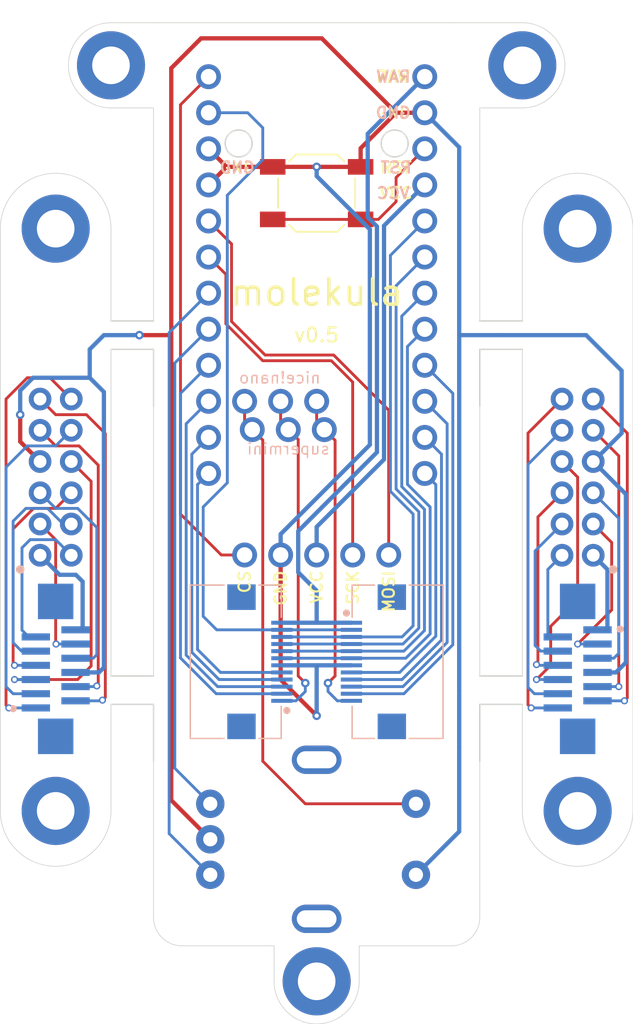
<source format=kicad_pcb>
(kicad_pcb (version 20240108) (generator "pcbnew") (generator_version "8.0")
  (layers (0 "F.Cu" signal) (31 "B.Cu" signal) (34 "B.Paste" user) (35 "F.Paste" user) (36 "B.SilkS" user "B.Silkscreen") (37 "F.SilkS" user "F.Silkscreen") (38 "B.Mask" user) (39 "F.Mask" user) (44 "Edge.Cuts" user))
  (net 0 "")
  (net 1 "encB")
  (net 2 "encA")
  (net 3 "GND")
  (net 4 "MOSI")
  (net 5 "SCK")
  (net 6 "+3.3V")
  (net 7 "CS")
  (net 8 "OFF")
  (net 9 "RST")
  (net 10 "row0-conn1")
  (net 11 "row1-conn1")
  (net 12 "col0-conn1")
  (net 13 "row2-conn1")
  (net 14 "col3-conn1")
  (net 15 "col4-conn1")
  (net 16 "col2-conn1")
  (net 17 "free-conn1")
  (net 18 "col1-conn1")
  (net 19 "row3-conn1")
  (net 20 "row2-conn2")
  (net 21 "free-conn2")
  (net 22 "row0-conn2")
  (net 23 "col0-conn2")
  (net 24 "col2-conn2")
  (net 25 "row1-conn2")
  (net 26 "col1-conn2")
  (net 27 "col4-conn2")
  (net 28 "row3-conn2")
  (net 29 "col3-conn2")
  (net 30 "col2-mcu")
  (net 31 "row2-mcu")
  (net 32 "row3-mcu")
  (net 33 "col0-mcu")
  (net 34 "row1-mcu")
  (net 35 "row0-mcu")
  (net 36 "row5-mcu")
  (net 37 "row4-mcu")
  (net 38 "col3-mcu")
  (net 39 "col1-mcu")
  (net 40 "row7-mcu")
  (net 41 "col4-mcu")
  (net 42 "row6-mcu")
  (net 43 "BAT-mcu")
  (net 44 "BAT-conn1")
  (net 45 "BAT-conn2")
  (net 46 "free1-mcu")
  (net 47 "free2-mcu")
  (footprint "zzkeeb:Connector_Magnetic-12pin" (layer "F.Cu") (at 181.52 68.99)
    (property "Reference" "J11" (hide yes))
    (property "Value" "Conn_01x12_Socket" (hide yes))
  )
  (footprint "zzkeeb:MCU_nice-nano" (layer "F.Cu") (at 199.92 53.49)
    (property "Reference" "J1" (hide yes))
    (property "Value" "N!N" (hide yes))
  )
  (footprint "zzkeeb:Button_SW_SPST_SKQG_WithoutStem" (layer "F.Cu") (at 199.92 48.99)
    (property "Reference" "SW37" (hide yes))
    (property "Value" "SW_Push")
  )
  (footprint "zzkeeb:Connector_Magnetic-12pin" (layer "B.Cu") (at 218.32 68.99 180)
    (property "Reference" "J10" (hide yes))
    (property "Value" "Conn_01x12_Socket" (hide yes))
  )
  (footprint "zzkeeb:Display_nice-view" (layer "B.Cu") (at 199.92 57.99 180)
    (property "Reference" "J6")
    (property "Value" "Display_nice-view" (hide yes))
  )
  (footprint "zzkeeb:Connector_FFC-12pin-0.5mm-horizontal" (layer "B.Cu") (at 195.92 81.99 90)
    (property "Reference" "J3")
    (property "Value" "C479750" (hide yes))
  )
  (footprint "zzkeeb:Hole_M2-solder-nut-2.5" (layer "B.Cu") (at 199.92 104.49 180)
    (property "Reference" "H7" (hide yes))
    (property "Value" "MountingHole" (hide yes))
  )
  (footprint "zzkeeb:RotaryEncoder_EC11" (layer "B.Cu") (at 199.92 94.49)
    (property "Reference" "SW38" (hide yes))
    (property "Value" "RotaryEncoder_Switch" (hide yes))
  )
  (footprint "zzkeeb:Hole_M2-solder-nut-2.5" (layer "B.Cu") (at 218.32 51.49 180)
    (property "Reference" "H1" (hide yes))
    (property "Value" "MountingHole" (hide yes))
  )
  (footprint "zzkeeb:Connector_FFC-12pin-0.5mm-vertical" (layer "B.Cu") (at 181.52 82.49 90)
    (property "Reference" "J9" (hide yes))
    (property "Value" "C262499" (hide yes))
  )
  (footprint "zzkeeb:Hole_M2-solder-nut-2.5" (layer "B.Cu") (at 181.52 51.49 180)
    (property "Reference" "H3" (hide yes))
    (property "Value" "MountingHole" (hide yes))
  )
  (footprint "zzkeeb:Connector_FFC-12pin-0.5mm-vertical" (layer "B.Cu") (at 218.32 82.49 -90)
    (property "Reference" "J8" (hide yes))
    (property "Value" "C262499" (hide yes))
  )
  (footprint "zzkeeb:Hole_M2-solder-nut-2.5" (layer "B.Cu") (at 218.32 92.49 180)
    (property "Reference" "H2" (hide yes))
    (property "Value" "MountingHole" (hide yes))
  )
  (footprint "zzkeeb:Connector_FFC-12pin-0.5mm-horizontal" (layer "B.Cu") (at 203.92 81.99 -90)
    (property "Reference" "J2")
    (property "Value" "C479750" (hide yes))
  )
  (footprint "zzkeeb:Hole_M2-solder-nut-2.5" (layer "B.Cu") (at 214.42 39.99 180)
    (property "Reference" "H5" (hide yes))
    (property "Value" "MountingHole" (hide yes))
  )
  (footprint "zzkeeb:Hole_M2-solder-nut-2.5" (layer "B.Cu") (at 181.52 92.49 180)
    (property "Reference" "H4" (hide yes))
    (property "Value" "MountingHole" (hide yes))
  )
  (footprint "zzkeeb:Hole_M2-solder-nut-2.5" (layer "B.Cu") (at 185.42 39.99 180)
    (property "Reference" "H6" (hide yes))
    (property "Value" "MountingHole" (hide yes))
  )
  (gr_line (start 211.42 63.99) (end 211.42 59.99) (stroke (width 0.1)) (layer "Edge.Cuts"))
  (gr_line (start 188.42 36.99) (end 185.42 36.99) (stroke (width 0.05)) (layer "Edge.Cuts"))
  (gr_arc (start 211.42 99.99) (mid 210.834213 101.404212) (end 209.42 101.99) (stroke (width 0.05)) (layer "Edge.Cuts"))
  (gr_line (start 214.42 84.99) (end 214.42 92.49) (stroke (width 0.05)) (layer "Edge.Cuts"))
  (gr_circle (center 205.42 45.49) (end 206.37 45.49) (stroke (width 0.1)) (fill none) (layer "Edge.Cuts"))
  (gr_arc (start 177.62 51.49) (mid 181.52 47.59) (end 185.42 51.49) (stroke (width 0.05)) (layer "Edge.Cuts"))
  (gr_arc (start 202.92 104.49) (mid 199.92 107.49) (end 196.92 104.49) (stroke (width 0.05)) (layer "Edge.Cuts"))
  (gr_line (start 188.42 82.99) (end 188.42 63.99) (stroke (width 0.05)) (layer "Edge.Cuts"))
  (gr_line (start 214.42 82.99) (end 211.42 82.99) (stroke (width 0.1)) (layer "Edge.Cuts"))
  (gr_line (start 202.92 101.99) (end 209.42 101.99) (stroke (width 0.05)) (layer "Edge.Cuts"))
  (gr_line (start 211.42 63.99) (end 211.42 82.99) (stroke (width 0.05)) (layer "Edge.Cuts"))
  (gr_line (start 188.42 99.99) (end 188.42 88.99) (stroke (width 0.05)) (layer "Edge.Cuts"))
  (gr_circle (center 194.42 45.49) (end 195.37 45.49) (stroke (width 0.1)) (fill none) (layer "Edge.Cuts"))
  (gr_line (start 214.42 42.99) (end 211.42 42.99) (stroke (width 0.05)) (layer "Edge.Cuts"))
  (gr_arc (start 214.42 36.99) (mid 217.42 39.99) (end 214.42 42.99) (stroke (width 0.05)) (layer "Edge.Cuts"))
  (gr_line (start 214.42 57.99) (end 214.42 51.49) (stroke (width 0.05)) (layer "Edge.Cuts"))
  (gr_line (start 214.42 57.99) (end 211.42 57.99) (stroke (width 0.1)) (layer "Edge.Cuts"))
  (gr_line (start 222.22 51.49) (end 222.22 92.49) (stroke (width 0.05)) (layer "Edge.Cuts"))
  (gr_line (start 214.42 59.99) (end 211.42 59.99) (stroke (width 0.1)) (layer "Edge.Cuts"))
  (gr_arc (start 190.42 101.99) (mid 189.005786 101.404214) (end 188.42 99.99) (stroke (width 0.05)) (layer "Edge.Cuts"))
  (gr_line (start 196.92 104.49) (end 196.92 101.99) (stroke (width 0.05)) (layer "Edge.Cuts"))
  (gr_line (start 211.42 42.99) (end 211.42 57.99) (stroke (width 0.05)) (layer "Edge.Cuts"))
  (gr_line (start 214.42 36.99) (end 209.42 36.99) (stroke (width 0.05)) (layer "Edge.Cuts"))
  (gr_line (start 211.42 88.99) (end 211.42 84.99) (stroke (width 0.1)) (layer "Edge.Cuts"))
  (gr_line (start 196.92 101.99) (end 190.42 101.99) (stroke (width 0.05)) (layer "Edge.Cuts"))
  (gr_line (start 188.42 36.99) (end 209.42 36.99) (stroke (width 0.05)) (layer "Edge.Cuts"))
  (gr_line (start 185.42 84.99) (end 188.42 84.99) (stroke (width 0.1)) (layer "Edge.Cuts"))
  (gr_line (start 188.42 63.99) (end 188.42 59.99) (stroke (width 0.1)) (layer "Edge.Cuts"))
  (gr_arc (start 222.22 92.49) (mid 218.32 96.39) (end 214.42 92.49) (stroke (width 0.05)) (layer "Edge.Cuts"))
  (gr_line (start 185.42 59.99) (end 188.42 59.99) (stroke (width 0.1)) (layer "Edge.Cuts"))
  (gr_line (start 185.42 57.99) (end 188.42 57.99) (stroke (width 0.1)) (layer "Edge.Cuts"))
  (gr_line (start 188.42 42.99) (end 185.42 42.99) (stroke (width 0.05)) (layer "Edge.Cuts"))
  (gr_line (start 188.42 88.99) (end 188.42 84.99) (stroke (width 0.1)) (layer "Edge.Cuts"))
  (gr_line (start 185.42 82.99) (end 185.42 59.99) (stroke (width 0.05)) (layer "Edge.Cuts"))
  (gr_line (start 214.42 82.99) (end 214.42 59.99) (stroke (width 0.05)) (layer "Edge.Cuts"))
  (gr_line (start 211.42 88.99) (end 211.42 99.99) (stroke (width 0.05)) (layer "Edge.Cuts"))
  (gr_line (start 185.42 57.99) (end 185.42 51.49) (stroke (width 0.05)) (layer "Edge.Cuts"))
  (gr_line (start 185.42 84.99) (end 185.42 92.49) (stroke (width 0.05)) (layer "Edge.Cuts"))
  (gr_line (start 177.62 51.49) (end 177.62 92.49) (stroke (width 0.05)) (layer "Edge.Cuts"))
  (gr_arc (start 214.42 51.49) (mid 218.32 47.59) (end 222.22 51.49) (stroke (width 0.05)) (layer "Edge.Cuts"))
  (gr_line (start 188.42 57.99) (end 188.42 42.99) (stroke (width 0.05)) (layer "Edge.Cuts"))
  (gr_arc (start 185.42 42.99) (mid 182.42 39.99) (end 185.42 36.99) (stroke (width 0.05)) (layer "Edge.Cuts"))
  (gr_arc (start 185.42 92.49) (mid 181.52 96.39) (end 177.62 92.49) (stroke (width 0.05)) (layer "Edge.Cuts"))
  (gr_line (start 185.42 82.99) (end 188.42 82.99) (stroke (width 0.1)) (layer "Edge.Cuts"))
  (gr_line (start 214.42 84.99) (end 211.42 84.99) (stroke (width 0.1)) (layer "Edge.Cuts"))
  (gr_line (start 202.92 104.49) (end 202.92 101.99) (stroke (width 0.05)) (layer "Edge.Cuts"))
  (gr_text "molekula" (at 199.92 55.99 -0) (layer "F.SilkS") (effects (font (size 1.8 1.8) (thickness 0.25) (bold yes))))
  (gr_text "v0.5" (at 199.92 58.99 -0) (layer "F.SilkS") (effects (font (size 1 1))))
  (segment (start 192.3 58.57) (end 189.92 60.95) (width 0.2) (layer "B.Cu") (net 1))
  (segment (start 189.92 60.95) (end 189.92 89.49) (width 0.2) (layer "B.Cu") (net 1))
  (segment (start 189.92 89.49) (end 192.42 91.99) (width 0.2) (layer "B.Cu") (net 1))
  (segment (start 189.52 94.09) (end 192.42 96.99) (width 0.2) (layer "B.Cu") (net 2))
  (segment (start 192.3 56.03) (end 189.52 58.81) (width 0.2) (layer "B.Cu") (net 2))
  (segment (start 189.52 58.81) (end 189.52 94.09) (width 0.2) (layer "B.Cu") (net 2))
  (segment (start 200.281315 38.09) (end 205.521315 43.33) (width 0.3) (layer "F.Cu") (net 3))
  (segment (start 207.54 43.33) (end 205.521315 43.33) (width 0.3) (layer "F.Cu") (net 3))
  (segment (start 189.67 83.99) (end 189.67 62.99) (width 0.3) (layer "F.Cu") (net 3))
  (segment (start 189.67 40.19) (end 191.77 38.09) (width 0.3) (layer "F.Cu") (net 3))
  (segment (start 192.3 48.41) (end 193.57 47.14) (width 0.3) (layer "F.Cu") (net 3))
  (segment (start 197.38 83.25) (end 197.38 74.47) (width 0.3) (layer "F.Cu") (net 3))
  (segment (start 203.02 45.831315) (end 203.02 47.14) (width 0.3) (layer "F.Cu") (net 3))
  (segment (start 189.67 58.99) (end 187.42 58.99) (width 0.3) (layer "F.Cu") (net 3))
  (segment (start 203.02 47.14) (end 196.82 47.14) (width 0.3) (layer "F.Cu") (net 3))
  (segment (start 191.77 38.09) (end 200.281315 38.09) (width 0.3) (layer "F.Cu") (net 3))
  (segment (start 205.521315 43.33) (end 203.02 45.831315) (width 0.3) (layer "F.Cu") (net 3))
  (segment (start 192.42 94.49) (end 189.67 91.74) (width 0.3) (layer "F.Cu") (net 3))
  (segment (start 189.67 91.74) (end 189.67 87.99) (width 0.3) (layer "F.Cu") (net 3))
  (segment (start 189.67 62.99) (end 189.67 58.99) (width 0.3) (layer "F.Cu") (net 3))
  (segment (start 179.02 64.59) (end 179.02 66.49) (width 0.3) (layer "F.Cu") (net 3))
  (segment (start 192.3 45.87) (end 192.3 45.41) (width 0.3) (layer "F.Cu") (net 3))
  (segment (start 179.02 66.49) (end 180.42 67.89) (width 0.3) (layer "F.Cu") (net 3))
  (segment (start 189.67 87.99) (end 189.67 83.99) (width 0.3) (layer "F.Cu") (net 3))
  (segment (start 193.57 47.14) (end 192.3 45.87) (width 0.3) (layer "F.Cu") (net 3))
  (segment (start 196.82 47.14) (end 196.629926 46.949926) (width 0.3) (layer "F.Cu") (net 3))
  (segment (start 189.67 58.99) (end 189.67 40.19) (width 0.3) (layer "F.Cu") (net 3))
  (segment (start 196.82 47.14) (end 193.57 47.14) (width 0.3) (layer "F.Cu") (net 3))
  (segment (start 199.92 85.79) (end 197.38 83.25) (width 0.3) (layer "F.Cu") (net 3))
  (via (at 179.02 64.59) (size 0.6) (drill 0.3) (layers "F.Cu" "B.Cu") (net 3))
  (via (at 187.42 58.99) (size 0.6) (drill 0.3) (layers "F.Cu" "B.Cu") (net 3))
  (via (at 199.92 85.79) (size 0.6) (drill 0.3) (layers "F.Cu" "B.Cu") (net 3))
  (via (at 199.92 47.14) (size 0.6) (drill 0.3) (layers "F.Cu" "B.Cu") (net 3))
  (segment (start 179.02 62.89) (end 179.02 64.59) (width 0.3) (layer "B.Cu") (net 3))
  (segment (start 199.92 85.79) (end 199.92 82.24) (width 0.3) (layer "B.Cu") (net 3))
  (segment (start 179.92 61.99) (end 179.02 62.89) (width 0.3) (layer "B.Cu") (net 3))
  (segment (start 221.72 70.19) (end 219.42 67.89) (width 0.3) (layer "B.Cu") (net 3))
  (segment (start 184.92 58.99) (end 187.42 58.99) (width 0.3) (layer "B.Cu") (net 3))
  (segment (start 197.38 73) (end 197.38 74.47) (width 0.3) (layer "B.Cu") (net 3))
  (segment (start 183.92 59.99) (end 184.92 58.99) (width 0.3) (layer "B.Cu") (net 3))
  (segment (start 209.97 58.99) (end 209.97 62.99) (width 0.3) (layer "B.Cu") (net 3))
  (segment (start 209.97 62.99) (end 209.97 83.99) (width 0.3) (layer "B.Cu") (net 3))
  (segment (start 218.92 58.99) (end 212.92 58.99) (width 0.3) (layer "B.Cu") (net 3))
  (segment (start 209.97 58.99) (end 212.92 58.99) (width 0.3) (layer "B.Cu") (net 3))
  (segment (start 221.42 61.49) (end 218.92 58.99) (width 0.3) (layer "B.Cu") (net 3))
  (segment (start 182.92 82.74) (end 184.57 82.74) (width 0.3) (layer "B.Cu") (net 3))
  (segment (start 219.42 67.89) (end 221.42 65.89) (width 0.3) (layer "B.Cu") (net 3))
  (segment (start 209.97 45.76) (end 209.97 58.99) (width 0.3) (layer "B.Cu") (net 3))
  (segment (start 203.67 51.54) (end 203.67 66.71) (width 0.3) (layer "B.Cu") (net 3))
  (segment (start 221.72 82.04) (end 221.72 70.19) (width 0.3) (layer "B.Cu") (net 3))
  (segment (start 199.92 82.24) (end 197.47 82.24) (width 0.3) (layer "B.Cu") (net 3))
  (segment (start 209.97 83.99) (end 209.97 87.99) (width 0.3) (layer "B.Cu") (net 3))
  (segment (start 199.92 47.79) (end 203.67 51.54) (width 0.3) (layer "B.Cu") (net 3))
  (segment (start 184.92 82.39) (end 184.92 62.99) (width 0.3) (layer "B.Cu") (net 3))
  (segment (start 219.72 82.74) (end 221.02 82.74) (width 0.3) (layer "B.Cu") (net 3))
  (segment (start 221.42 65.89) (end 221.42 61.49) (width 0.3) (layer "B.Cu") (net 3))
  (segment (start 184.57 82.74) (end 184.92 82.39) (width 0.3) (layer "B.Cu") (net 3))
  (segment (start 183.92 61.99) (end 183.92 59.99) (width 0.3) (layer "B.Cu") (net 3))
  (segment (start 199.92 47.14) (end 199.92 47.79) (width 0.3) (layer "B.Cu") (net 3))
  (segment (start 209.97 93.94) (end 206.92 96.99) (width 0.3) (layer "B.Cu") (net 3))
  (segment (start 207.54 43.33) (end 209.97 45.76) (width 0.3) (layer "B.Cu") (net 3))
  (segment (start 203.67 66.71) (end 197.38 73) (width 0.3) (layer "B.Cu") (net 3))
  (segment (start 209.97 87.99) (end 209.97 93.94) (width 0.3) (layer "B.Cu") (net 3))
  (segment (start 184.92 62.99) (end 183.92 61.99) (width 0.3) (layer "B.Cu") (net 3))
  (segment (start 221.02 82.74) (end 221.72 82.04) (width 0.3) (layer "B.Cu") (net 3))
  (segment (start 202.37 82.24) (end 199.92 82.24) (width 0.3) (layer "B.Cu") (net 3))
  (segment (start 183.92 61.99) (end 179.92 61.99) (width 0.3) (layer "B.Cu") (net 3))
  (segment (start 205 74.47) (end 205 64.27) (width 0.2) (layer "F.Cu") (net 4))
  (segment (start 196.285686 60.39) (end 193.92 58.024314) (width 0.2) (layer "F.Cu") (net 4))
  (segment (start 193.92 52.57) (end 192.3 50.95) (width 0.2) (layer "F.Cu") (net 4))
  (segment (start 201.12 60.39) (end 196.285686 60.39) (width 0.2) (layer "F.Cu") (net 4))
  (segment (start 193.92 58.024314) (end 193.92 52.57) (width 0.2) (layer "F.Cu") (net 4))
  (segment (start 205 64.27) (end 201.12 60.39) (width 0.2) (layer "F.Cu") (net 4))
  (segment (start 193.52 58.19) (end 193.52 54.71) (width 0.2) (layer "F.Cu") (net 5))
  (segment (start 200.954314 60.79) (end 196.12 60.79) (width 0.2) (layer "F.Cu") (net 5))
  (segment (start 202.46 74.47) (end 202.46 62.295686) (width 0.2) (layer "F.Cu") (net 5))
  (segment (start 202.46 62.295686) (end 200.954314 60.79) (width 0.2) (layer "F.Cu") (net 5))
  (segment (start 196.12 60.79) (end 193.52 58.19) (width 0.2) (layer "F.Cu") (net 5))
  (segment (start 193.52 54.71) (end 192.3 53.49) (width 0.2) (layer "F.Cu") (net 5))
  (segment (start 199.92 72.49) (end 199.92 74.47) (width 0.3) (layer "B.Cu") (net 6))
  (segment (start 207.54 48.41) (end 204.67 51.28) (width 0.3) (layer "B.Cu") (net 6))
  (segment (start 204.67 67.74) (end 199.92 72.49) (width 0.3) (layer "B.Cu") (net 6))
  (segment (start 204.67 51.28) (end 204.67 67.74) (width 0.3) (layer "B.Cu") (net 6))
  (segment (start 193.2 74.47) (end 190.32 71.59) (width 0.2) (layer "F.Cu") (net 7))
  (segment (start 194.84 74.47) (end 193.2 74.47) (width 0.2) (layer "F.Cu") (net 7))
  (segment (start 190.32 42.77) (end 192.3 40.79) (width 0.2) (layer "F.Cu") (net 7))
  (segment (start 190.32 71.59) (end 190.32 42.77) (width 0.2) (layer "F.Cu") (net 7))
  (segment (start 199.12 91.99) (end 206.92 91.99) (width 0.2) (layer "F.Cu") (net 8))
  (segment (start 194.84 63.65) (end 194.84 65.1) (width 0.2) (layer "F.Cu") (net 8))
  (segment (start 196.12 66.38) (end 196.12 88.99) (width 0.2) (layer "F.Cu") (net 8))
  (segment (start 194.84 65.1) (end 195.38 65.64) (width 0.2) (layer "F.Cu") (net 8))
  (segment (start 195.38 65.64) (end 196.12 66.38) (width 0.2) (layer "F.Cu") (net 8))
  (segment (start 196.12 88.99) (end 199.12 91.99) (width 0.2) (layer "F.Cu") (net 8))
  (segment (start 207.54 45.87) (end 205.52 47.89) (width 0.2) (layer "F.Cu") (net 9))
  (segment (start 205.52 47.89) (end 205.52 49.59) (width 0.2) (layer "F.Cu") (net 9))
  (segment (start 203.02 50.84) (end 203.338198 50.521802) (width 0.2) (layer "F.Cu") (net 9))
  (segment (start 204.27 50.84) (end 203.02 50.84) (width 0.2) (layer "F.Cu") (net 9))
  (segment (start 205.52 49.59) (end 204.27 50.84) (width 0.2) (layer "F.Cu") (net 9))
  (segment (start 203.02 50.84) (end 196.82 50.84) (width 0.2) (layer "F.Cu") (net 9))
  (segment (start 221.82 65.89) (end 219.42 63.49) (width 0.2) (layer "F.Cu") (net 10))
  (segment (start 221.82 84.54) (end 221.82 65.89) (width 0.2) (layer "F.Cu") (net 10))
  (segment (start 221.62 84.74) (end 221.82 84.54) (width 0.2) (layer "F.Cu") (net 10))
  (via (at 221.62 84.74) (size 0.5) (drill 0.3) (layers "F.Cu" "B.Cu") (net 10))
  (segment (start 221.62 84.79) (end 221.62 84.74) (width 0.2) (layer "B.Cu") (net 10))
  (segment (start 221.62 84.74) (end 220.22 84.74) (width 0.2) (layer "B.Cu") (net 10))
  (segment (start 214.82 83.79) (end 214.82 68.09) (width 0.2) (layer "B.Cu") (net 11))
  (segment (start 214.82 68.09) (end 217.22 65.69) (width 0.2) (layer "B.Cu") (net 11))
  (segment (start 215.27 84.24) (end 214.82 83.79) (width 0.2) (layer "B.Cu") (net 11))
  (segment (start 216.42 84.24) (end 215.27 84.24) (width 0.2) (layer "B.Cu") (net 11))
  (segment (start 215.52 82.09) (end 215.52 71.79) (width 0.2) (layer "F.Cu") (net 12))
  (segment (start 215.52 71.79) (end 217.22 70.09) (width 0.2) (layer "F.Cu") (net 12))
  (segment (start 215.42 82.19) (end 215.52 82.09) (width 0.2) (layer "F.Cu") (net 12))
  (via (at 215.42 82.19) (size 0.5) (drill 0.3) (layers "F.Cu" "B.Cu") (net 12))
  (segment (start 215.47 82.24) (end 216.42 82.24) (width 0.2) (layer "B.Cu") (net 12))
  (segment (start 215.42 82.19) (end 215.47 82.24) (width 0.2) (layer "B.Cu") (net 12))
  (segment (start 221.22 83.74) (end 221.22 67.49) (width 0.2) (layer "F.Cu") (net 13))
  (segment (start 221.22 67.49) (end 219.42 65.69) (width 0.2) (layer "F.Cu") (net 13))
  (via (at 221.22 83.74) (size 0.5) (drill 0.3) (layers "F.Cu" "B.Cu") (net 13))
  (segment (start 221.22 83.74) (end 220.22 83.74) (width 0.2) (layer "B.Cu") (net 13))
  (segment (start 220.72 73.59) (end 219.42 72.29) (width 0.2) (layer "F.Cu") (net 14))
  (segment (start 218.32 80.74) (end 220.72 78.34) (width 0.2) (layer "F.Cu") (net 14))
  (segment (start 220.72 78.34) (end 220.72 73.59) (width 0.2) (layer "F.Cu") (net 14))
  (via (at 218.32 80.74) (size 0.5) (drill 0.3) (layers "F.Cu" "B.Cu") (net 14))
  (segment (start 218.32 80.74) (end 220.22 80.74) (width 0.2) (layer "B.Cu") (net 14))
  (segment (start 216.22 80.04) (end 216.22 75.49) (width 0.2) (layer "B.Cu") (net 15))
  (segment (start 216.22 75.49) (end 217.22 74.49) (width 0.2) (layer "B.Cu") (net 15))
  (segment (start 216.42 80.24) (end 216.22 80.04) (width 0.2) (layer "B.Cu") (net 15))
  (segment (start 215.72 81.24) (end 215.32 80.84) (width 0.2) (layer "B.Cu") (net 16))
  (segment (start 216.42 81.24) (end 215.72 81.24) (width 0.2) (layer "B.Cu") (net 16))
  (segment (start 215.32 80.84) (end 215.32 74.19) (width 0.2) (layer "B.Cu") (net 16))
  (segment (start 215.32 74.19) (end 217.22 72.29) (width 0.2) (layer "B.Cu") (net 16))
  (segment (start 214.82 85.015) (end 214.82 65.89) (width 0.2) (layer "F.Cu") (net 17))
  (segment (start 215.045 85.24) (end 214.82 85.015) (width 0.2) (layer "F.Cu") (net 17))
  (segment (start 214.82 65.89) (end 217.22 63.49) (width 0.2) (layer "F.Cu") (net 17))
  (via (at 215.045 85.24) (size 0.5) (drill 0.3) (layers "F.Cu" "B.Cu") (net 17))
  (segment (start 215.045 85.24) (end 216.42 85.24) (width 0.2) (layer "B.Cu") (net 17))
  (segment (start 220.87 81.74) (end 221.22 81.39) (width 0.2) (layer "B.Cu") (net 18))
  (segment (start 221.22 81.39) (end 221.22 71.89) (width 0.2) (layer "B.Cu") (net 18))
  (segment (start 220.22 81.74) (end 220.87 81.74) (width 0.2) (layer "B.Cu") (net 18))
  (segment (start 221.22 71.89) (end 219.42 70.09) (width 0.2) (layer "B.Cu") (net 18))
  (segment (start 218.32 77.59) (end 218.32 68.99) (width 0.2) (layer "F.Cu") (net 19))
  (segment (start 218.32 68.99) (end 217.22 67.89) (width 0.2) (layer "F.Cu") (net 19))
  (segment (start 216.42 82.24) (end 216.42 79.49) (width 0.2) (layer "F.Cu") (net 19))
  (segment (start 215.42 83.24) (end 216.42 82.24) (width 0.2) (layer "F.Cu") (net 19))
  (segment (start 216.42 79.49) (end 218.32 77.59) (width 0.2) (layer "F.Cu") (net 19))
  (via (at 215.42 83.24) (size 0.5) (drill 0.3) (layers "F.Cu" "B.Cu") (net 19))
  (segment (start 215.42 83.24) (end 216.42 83.24) (width 0.2) (layer "B.Cu") (net 19))
  (segment (start 184.52 83.59) (end 184.52 68.14) (width 0.2) (layer "F.Cu") (net 20))
  (segment (start 183.17 66.79) (end 181.52 66.79) (width 0.2) (layer "F.Cu") (net 20))
  (segment (start 184.52 68.14) (end 183.17 66.79) (width 0.2) (layer "F.Cu") (net 20))
  (segment (start 181.52 66.79) (end 180.42 65.69) (width 0.2) (layer "F.Cu") (net 20))
  (segment (start 184.42 83.69) (end 184.52 83.59) (width 0.2) (layer "F.Cu") (net 20))
  (segment (start 184.47 83.69) (end 184.42 83.69) (width 0.2) (layer "F.Cu") (net 20))
  (via (at 184.42 83.69) (size 0.5) (drill 0.3) (layers "F.Cu" "B.Cu") (net 20))
  (segment (start 184.42 83.74) (end 183.42 83.74) (width 0.2) (layer "B.Cu") (net 20))
  (segment (start 184.47 83.69) (end 184.42 83.74) (width 0.2) (layer "B.Cu") (net 20))
  (segment (start 181.12 61.99) (end 182.62 63.49) (width 0.2) (layer "F.Cu") (net 21))
  (segment (start 178.02 85.04) (end 178.02 63.49) (width 0.2) (layer "F.Cu") (net 21))
  (segment (start 178.02 63.49) (end 179.52 61.99) (width 0.2) (layer "F.Cu") (net 21))
  (segment (start 179.52 61.99) (end 181.12 61.99) (width 0.2) (layer "F.Cu") (net 21))
  (segment (start 178.22 85.24) (end 178.02 85.04) (width 0.2) (layer "F.Cu") (net 21))
  (via (at 178.22 85.24) (size 0.5) (drill 0.3) (layers "F.Cu" "B.Cu") (net 21))
  (segment (start 179.62 85.24) (end 178.22 85.24) (width 0.2) (layer "B.Cu") (net 21))
  (segment (start 181.52 64.59) (end 180.42 63.49) (width 0.2) (layer "F.Cu") (net 22))
  (segment (start 185.02 65.924315) (end 183.685685 64.59) (width 0.2) (layer "F.Cu") (net 22))
  (segment (start 183.685685 64.59) (end 181.52 64.59) (width 0.2) (layer "F.Cu") (net 22))
  (segment (start 184.82 84.69) (end 185.02 84.49) (width 0.2) (layer "F.Cu") (net 22))
  (segment (start 185.02 84.49) (end 185.02 65.924315) (width 0.2) (layer "F.Cu") (net 22))
  (via (at 184.82 84.69) (size 0.5) (drill 0.3) (layers "F.Cu" "B.Cu") (net 22))
  (segment (start 184.82 84.69) (end 184.77 84.74) (width 0.2) (layer "B.Cu") (net 22))
  (segment (start 184.77 84.74) (end 183.42 84.74) (width 0.2) (layer "B.Cu") (net 22))
  (segment (start 178.52 72.634365) (end 179.964365 71.19) (width 0.2) (layer "F.Cu") (net 23))
  (segment (start 178.62 82.24) (end 178.52 82.14) (width 0.2) (layer "F.Cu") (net 23))
  (segment (start 181.52 71.19) (end 182.62 70.09) (width 0.2) (layer "F.Cu") (net 23))
  (segment (start 179.964365 71.19) (end 181.52 71.19) (width 0.2) (layer "F.Cu") (net 23))
  (segment (start 178.52 82.14) (end 178.52 72.634365) (width 0.2) (layer "F.Cu") (net 23))
  (via (at 178.62 82.24) (size 0.5) (drill 0.3) (layers "F.Cu" "B.Cu") (net 23))
  (segment (start 178.62 82.24) (end 179.62 82.24) (width 0.2) (layer "B.Cu") (net 23))
  (segment (start 178.52 80.645) (end 178.52 72.09) (width 0.2) (layer "B.Cu") (net 24))
  (segment (start 179.42 71.19) (end 180.954314 71.19) (width 0.2) (layer "B.Cu") (net 24))
  (segment (start 179.115 81.24) (end 178.52 80.645) (width 0.2) (layer "B.Cu") (net 24))
  (segment (start 179.62 81.24) (end 179.115 81.24) (width 0.2) (layer "B.Cu") (net 24))
  (segment (start 178.52 72.09) (end 179.42 71.19) (width 0.2) (layer "B.Cu") (net 24))
  (segment (start 182.054314 72.29) (end 182.62 72.29) (width 0.2) (layer "B.Cu") (net 24))
  (segment (start 180.954314 71.19) (end 182.054314 72.29) (width 0.2) (layer "B.Cu") (net 24))
  (segment (start 179.62 84.24) (end 178.52 84.24) (width 0.2) (layer "B.Cu") (net 25))
  (segment (start 178.02 83.74) (end 178.02 68.29) (width 0.2) (layer "B.Cu") (net 25))
  (segment (start 179.52 66.79) (end 181.52 66.79) (width 0.2) (layer "B.Cu") (net 25))
  (segment (start 178.02 68.29) (end 179.52 66.79) (width 0.2) (layer "B.Cu") (net 25))
  (segment (start 178.52 84.24) (end 178.02 83.74) (width 0.2) (layer "B.Cu") (net 25))
  (segment (start 181.52 66.79) (end 182.62 65.69) (width 0.2) (layer "B.Cu") (net 25))
  (segment (start 184.42 81.49) (end 184.42 72.534365) (width 0.2) (layer "B.Cu") (net 26))
  (segment (start 183.075635 71.19) (end 181.52 71.19) (width 0.2) (layer "B.Cu") (net 26))
  (segment (start 184.42 72.534365) (end 183.075635 71.19) (width 0.2) (layer "B.Cu") (net 26))
  (segment (start 181.52 71.19) (end 180.42 70.09) (width 0.2) (layer "B.Cu") (net 26))
  (segment (start 184.17 81.74) (end 184.42 81.49) (width 0.2) (layer "B.Cu") (net 26))
  (segment (start 183.42 81.74) (end 184.17 81.74) (width 0.2) (layer "B.Cu") (net 26))
  (segment (start 179.62 80.24) (end 179.145 79.765) (width 0.2) (layer "B.Cu") (net 27))
  (segment (start 179.145 79.765) (end 179.145 73.965) (width 0.2) (layer "B.Cu") (net 27))
  (segment (start 179.145 73.965) (end 179.72 73.39) (width 0.2) (layer "B.Cu") (net 27))
  (segment (start 181.52 73.39) (end 182.62 74.49) (width 0.2) (layer "B.Cu") (net 27))
  (segment (start 179.72 73.39) (end 181.52 73.39) (width 0.2) (layer "B.Cu") (net 27))
  (segment (start 178.62 83.24) (end 183.07 83.24) (width 0.2) (layer "F.Cu") (net 28))
  (segment (start 184.02 82.29) (end 184.02 69.29) (width 0.2) (layer "F.Cu") (net 28))
  (segment (start 183.07 83.24) (end 184.02 82.29) (width 0.2) (layer "F.Cu") (net 28))
  (segment (start 184.02 69.29) (end 182.62 67.89) (width 0.2) (layer "F.Cu") (net 28))
  (via (at 178.62 83.24) (size 0.5) (drill 0.3) (layers "F.Cu" "B.Cu") (net 28))
  (segment (start 178.62 83.24) (end 179.62 83.24) (width 0.2) (layer "B.Cu") (net 28))
  (segment (start 181.545 80.74) (end 181.52 80.715) (width 0.2) (layer "F.Cu") (net 29))
  (segment (start 181.52 73.39) (end 180.42 72.29) (width 0.2) (layer "F.Cu") (net 29))
  (segment (start 181.52 80.715) (end 181.52 73.39) (width 0.2) (layer "F.Cu") (net 29))
  (via (at 181.545 80.74) (size 0.5) (drill 0.3) (layers "F.Cu" "B.Cu") (net 29))
  (segment (start 181.545 80.74) (end 183.42 80.74) (width 0.2) (layer "B.Cu") (net 29))
  (segment (start 202.37 80.74) (end 197.47 80.74) (width 0.2) (layer "B.Cu") (net 30))
  (segment (start 207.12 71.421372) (end 205.52 69.821372) (width 0.2) (layer "B.Cu") (net 30))
  (segment (start 202.37 80.74) (end 206.004314 80.74) (width 0.2) (layer "B.Cu") (net 30))
  (segment (start 207.12 79.624314) (end 207.12 71.421372) (width 0.2) (layer "B.Cu") (net 30))
  (segment (start 205.52 55.51) (end 207.54 53.49) (width 0.2) (layer "B.Cu") (net 30))
  (segment (start 205.52 69.821372) (end 205.52 55.51) (width 0.2) (layer "B.Cu") (net 30))
  (segment (start 206.004314 80.74) (end 207.12 79.624314) (width 0.2) (layer "B.Cu") (net 30))
  (segment (start 208.72 67.37) (end 207.54 66.19) (width 0.2) (layer "B.Cu") (net 31))
  (segment (start 202.37 83.24) (end 205.938628 83.24) (width 0.2) (layer "B.Cu") (net 31))
  (segment (start 208.72 80.458628) (end 208.72 67.37) (width 0.2) (layer "B.Cu") (net 31))
  (segment (start 205.938628 83.24) (end 208.72 80.458628) (width 0.2) (layer "B.Cu") (net 31))
  (segment (start 202.37 82.74) (end 205.77 82.74) (width 0.2) (layer "B.Cu") (net 32))
  (segment (start 208.32 69.51) (end 207.54 68.73) (width 0.2) (layer "B.Cu") (net 32))
  (segment (start 205.77 82.74) (end 208.32 80.19) (width 0.2) (layer "B.Cu") (net 32))
  (segment (start 208.32 80.19) (end 208.32 69.51) (width 0.2) (layer "B.Cu") (net 32))
  (segment (start 202.37 81.74) (end 197.47 81.74) (width 0.2) (layer "B.Cu") (net 33))
  (segment (start 207.92 80.024314) (end 207.92 71.09) (width 0.2) (layer "B.Cu") (net 33))
  (segment (start 202.37 81.74) (end 206.204314 81.74) (width 0.2) (layer "B.Cu") (net 33))
  (segment (start 207.92 71.09) (end 206.32 69.49) (width 0.2) (layer "B.Cu") (net 33))
  (segment (start 206.204314 81.74) (end 207.92 80.024314) (width 0.2) (layer "B.Cu") (net 33))
  (segment (start 206.32 69.49) (end 206.32 59.79) (width 0.2) (layer "B.Cu") (net 33))
  (segment (start 206.32 59.79) (end 207.54 58.57) (width 0.2) (layer "B.Cu") (net 33))
  (segment (start 202.37 83.74) (end 206.004314 83.74) (width 0.2) (layer "B.Cu") (net 34))
  (segment (start 209.12 65.23) (end 207.54 63.65) (width 0.2) (layer "B.Cu") (net 34))
  (segment (start 206.004314 83.74) (end 209.12 80.624314) (width 0.2) (layer "B.Cu") (net 34))
  (segment (start 209.12 80.624314) (end 209.12 65.23) (width 0.2) (layer "B.Cu") (net 34))
  (segment (start 206.07 84.24) (end 209.52 80.79) (width 0.2) (layer "B.Cu") (net 35))
  (segment (start 202.37 84.24) (end 206.07 84.24) (width 0.2) (layer "B.Cu") (net 35))
  (segment (start 209.52 63.09) (end 207.54 61.11) (width 0.2) (layer "B.Cu") (net 35))
  (segment (start 209.52 80.79) (end 209.52 63.09) (width 0.2) (layer "B.Cu") (net 35))
  (segment (start 191.12 67.37) (end 192.3 66.19) (width 0.2) (layer "B.Cu") (net 36))
  (segment (start 193.037843 83.24) (end 191.12 81.322157) (width 0.2) (layer "B.Cu") (net 36))
  (segment (start 197.47 83.24) (end 193.037843 83.24) (width 0.2) (layer "B.Cu") (net 36))
  (segment (start 191.12 81.322157) (end 191.12 67.37) (width 0.2) (layer "B.Cu") (net 36))
  (segment (start 191.52 81.122157) (end 191.52 69.51) (width 0.2) (layer "B.Cu") (net 37))
  (segment (start 193.137843 82.74) (end 191.52 81.122157) (width 0.2) (layer "B.Cu") (net 37))
  (segment (start 197.47 82.74) (end 193.137843 82.74) (width 0.2) (layer "B.Cu") (net 37))
  (segment (start 191.52 69.51) (end 192.3 68.73) (width 0.2) (layer "B.Cu") (net 37))
  (segment (start 206.72 71.587058) (end 205.12 69.987058) (width 0.2) (layer "B.Cu") (net 38))
  (segment (start 206.72 79.458628) (end 206.72 71.587058) (width 0.2) (layer "B.Cu") (net 38))
  (segment (start 202.37 80.24) (end 197.47 80.24) (width 0.2) (layer "B.Cu") (net 38))
  (segment (start 205.12 69.987058) (end 205.12 53.37) (width 0.2) (layer "B.Cu") (net 38))
  (segment (start 205.938628 80.24) (end 206.72 79.458628) (width 0.2) (layer "B.Cu") (net 38))
  (segment (start 202.37 80.24) (end 205.938628 80.24) (width 0.2) (layer "B.Cu") (net 38))
  (segment (start 205.12 53.37) (end 207.54 50.95) (width 0.2) (layer "B.Cu") (net 38))
  (segment (start 207.52 79.79) (end 206.07 81.24) (width 0.2) (layer "B.Cu") (net 39))
  (segment (start 207.54 56.03) (end 205.92 57.65) (width 0.2) (layer "B.Cu") (net 39))
  (segment (start 206.07 81.24) (end 202.37 81.24) (width 0.2) (layer "B.Cu") (net 39))
  (segment (start 202.37 81.24) (end 197.47 81.24) (width 0.2) (layer "B.Cu") (net 39))
  (segment (start 205.92 69.655686) (end 207.52 71.255686) (width 0.2) (layer "B.Cu") (net 39))
  (segment (start 205.92 57.65) (end 205.92 69.655686) (width 0.2) (layer "B.Cu") (net 39))
  (segment (start 207.52 71.255686) (end 207.52 79.79) (width 0.2) (layer "B.Cu") (net 39))
  (segment (start 192.837843 84.24) (end 190.32 81.722157) (width 0.2) (layer "B.Cu") (net 40))
  (segment (start 197.47 84.24) (end 192.837843 84.24) (width 0.2) (layer "B.Cu") (net 40))
  (segment (start 190.32 63.09) (end 192.3 61.11) (width 0.2) (layer "B.Cu") (net 40))
  (segment (start 190.32 81.722157) (end 190.32 63.09) (width 0.2) (layer "B.Cu") (net 40))
  (segment (start 192.87 79.74) (end 197.47 79.74) (width 0.2) (layer "B.Cu") (net 41))
  (segment (start 196.12 46.64) (end 193.62 49.14) (width 0.2) (layer "B.Cu") (net 41))
  (segment (start 192.3 43.33) (end 195.06 43.33) (width 0.2) (layer "B.Cu") (net 41))
  (segment (start 191.92 78.79) (end 192.87 79.74) (width 0.2) (layer "B.Cu") (net 41))
  (segment (start 202.37 79.74) (end 197.47 79.74) (width 0.2) (layer "B.Cu") (net 41))
  (segment (start 196.12 44.39) (end 196.12 46.64) (width 0.2) (layer "B.Cu") (net 41))
  (segment (start 193.62 69.39) (end 191.92 71.09) (width 0.2) (layer "B.Cu") (net 41))
  (segment (start 195.06 43.33) (end 196.12 44.39) (width 0.2) (layer "B.Cu") (net 41))
  (segment (start 191.92 71.09) (end 191.92 78.79) (width 0.2) (layer "B.Cu") (net 41))
  (segment (start 193.62 49.14) (end 193.62 69.39) (width 0.2) (layer "B.Cu") (net 41))
  (segment (start 197.47 83.74) (end 192.937843 83.74) (width 0.2) (layer "B.Cu") (net 42))
  (segment (start 190.72 65.23) (end 192.3 63.65) (width 0.2) (layer "B.Cu") (net 42))
  (segment (start 190.72 81.522157) (end 190.72 65.23) (width 0.2) (layer "B.Cu") (net 42))
  (segment (start 192.937843 83.74) (end 190.72 81.522157) (width 0.2) (layer "B.Cu") (net 42))
  (segment (start 203.52 50.682894) (end 204.17 51.332894) (width 0.3) (layer "B.Cu") (net 43))
  (segment (start 203.52 44.81) (end 203.52 50.682894) (width 0.3) (layer "B.Cu") (net 43))
  (segment (start 198.62 72.79) (end 198.62 75.69) (width 0.3) (layer "B.Cu") (net 43))
  (segment (start 204.17 51.332894) (end 204.17 67.24) (width 0.3) (layer "B.Cu") (net 43))
  (segment (start 199.92 76.99) (end 199.92 79.24) (width 0.3) (layer "B.Cu") (net 43))
  (segment (start 204.17 67.24) (end 198.62 72.79) (width 0.3) (layer "B.Cu") (net 43))
  (segment (start 202.37 79.24) (end 197.47 79.24) (width 0.3) (layer "B.Cu") (net 43))
  (segment (start 198.62 75.69) (end 199.92 76.99) (width 0.3) (layer "B.Cu") (net 43))
  (segment (start 207.54 40.79) (end 203.52 44.81) (width 0.3) (layer "B.Cu") (net 43))
  (segment (start 220.42 75.49) (end 219.42 74.49) (width 0.3) (layer "B.Cu") (net 44))
  (segment (start 220.22 79.74) (end 220.42 79.54) (width 0.3) (layer "B.Cu") (net 44))
  (segment (start 220.42 79.54) (end 220.42 75.49) (width 0.3) (layer "B.Cu") (net 44))
  (segment (start 182.945 75.865) (end 183.42 76.34) (width 0.3) (layer "B.Cu") (net 45))
  (segment (start 183.42 76.34) (end 183.42 79.74) (width 0.3) (layer "B.Cu") (net 45))
  (segment (start 181.795 75.865) (end 182.945 75.865) (width 0.3) (layer "B.Cu") (net 45))
  (segment (start 180.42 74.49) (end 181.795 75.865) (width 0.3) (layer "B.Cu") (net 45))
  (segment (start 200.72 83.49) (end 201.22 82.99) (width 0.2) (layer "F.Cu") (net 46))
  (segment (start 199.92 63.65) (end 199.92 65.1) (width 0.2) (layer "F.Cu") (net 46))
  (segment (start 201.22 82.99) (end 201.22 66.4) (width 0.2) (layer "F.Cu") (net 46))
  (segment (start 199.92 65.1) (end 200.46 65.64) (width 0.2) (layer "F.Cu") (net 46))
  (segment (start 201.22 66.4) (end 200.46 65.64) (width 0.2) (layer "F.Cu") (net 46))
  (via (at 200.72 83.49) (size 0.6) (drill 0.3) (layers "F.Cu" "B.Cu") (net 46))
  (segment (start 200.72 84.08) (end 201.38 84.74) (width 0.2) (layer "B.Cu") (net 46))
  (segment (start 201.38 84.74) (end 202.37 84.74) (width 0.2) (layer "B.Cu") (net 46))
  (segment (start 200.72 83.49) (end 200.72 84.08) (width 0.2) (layer "B.Cu") (net 46))
  (segment (start 197.38 63.65) (end 197.38 65.1) (width 0.2) (layer "F.Cu") (net 47))
  (segment (start 198.62 66.34) (end 197.92 65.64) (width 0.2) (layer "F.Cu") (net 47))
  (segment (start 199.12 83.49) (end 198.62 82.99) (width 0.2) (layer "F.Cu") (net 47))
  (segment (start 197.38 65.1) (end 197.92 65.64) (width 0.2) (layer "F.Cu") (net 47))
  (segment (start 198.62 82.99) (end 198.62 66.34) (width 0.2) (layer "F.Cu") (net 47))
  (via (at 199.12 83.49) (size 0.6) (drill 0.3) (layers "F.Cu" "B.Cu") (net 47))
  (segment (start 199.12 83.49) (end 199.12 84.08) (width 0.2) (layer "B.Cu") (net 47))
  (segment (start 199.12 84.08) (end 198.46 84.74) (width 0.2) (layer "B.Cu") (net 47))
  (segment (start 198.46 84.74) (end 197.47 84.74) (width 0.2) (layer "B.Cu") (net 47))
)
</source>
